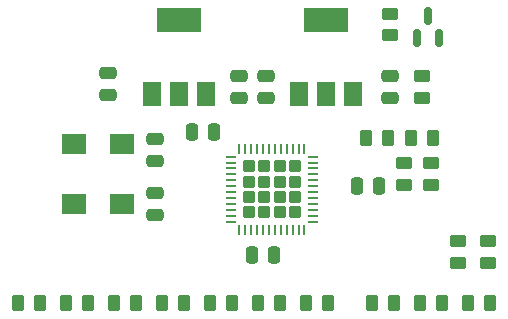
<source format=gtp>
%TF.GenerationSoftware,KiCad,Pcbnew,(6.0.5)*%
%TF.CreationDate,2023-05-04T10:00:39-06:00*%
%TF.ProjectId,NES_JP_MOD,4e45535f-4a50-45f4-9d4f-442e6b696361,rev?*%
%TF.SameCoordinates,Original*%
%TF.FileFunction,Paste,Top*%
%TF.FilePolarity,Positive*%
%FSLAX46Y46*%
G04 Gerber Fmt 4.6, Leading zero omitted, Abs format (unit mm)*
G04 Created by KiCad (PCBNEW (6.0.5)) date 2023-05-04 10:00:39*
%MOMM*%
%LPD*%
G01*
G04 APERTURE LIST*
G04 Aperture macros list*
%AMRoundRect*
0 Rectangle with rounded corners*
0 $1 Rounding radius*
0 $2 $3 $4 $5 $6 $7 $8 $9 X,Y pos of 4 corners*
0 Add a 4 corners polygon primitive as box body*
4,1,4,$2,$3,$4,$5,$6,$7,$8,$9,$2,$3,0*
0 Add four circle primitives for the rounded corners*
1,1,$1+$1,$2,$3*
1,1,$1+$1,$4,$5*
1,1,$1+$1,$6,$7*
1,1,$1+$1,$8,$9*
0 Add four rect primitives between the rounded corners*
20,1,$1+$1,$2,$3,$4,$5,0*
20,1,$1+$1,$4,$5,$6,$7,0*
20,1,$1+$1,$6,$7,$8,$9,0*
20,1,$1+$1,$8,$9,$2,$3,0*%
G04 Aperture macros list end*
%ADD10RoundRect,0.250000X0.262500X0.450000X-0.262500X0.450000X-0.262500X-0.450000X0.262500X-0.450000X0*%
%ADD11RoundRect,0.250000X-0.262500X-0.450000X0.262500X-0.450000X0.262500X0.450000X-0.262500X0.450000X0*%
%ADD12RoundRect,0.250000X-0.475000X0.250000X-0.475000X-0.250000X0.475000X-0.250000X0.475000X0.250000X0*%
%ADD13RoundRect,0.250000X-0.450000X0.262500X-0.450000X-0.262500X0.450000X-0.262500X0.450000X0.262500X0*%
%ADD14RoundRect,0.250000X0.250000X0.475000X-0.250000X0.475000X-0.250000X-0.475000X0.250000X-0.475000X0*%
%ADD15R,2.000000X1.800000*%
%ADD16RoundRect,0.250000X0.475000X-0.250000X0.475000X0.250000X-0.475000X0.250000X-0.475000X-0.250000X0*%
%ADD17RoundRect,0.250000X0.450000X-0.262500X0.450000X0.262500X-0.450000X0.262500X-0.450000X-0.262500X0*%
%ADD18RoundRect,0.250000X-0.250000X-0.475000X0.250000X-0.475000X0.250000X0.475000X-0.250000X0.475000X0*%
%ADD19R,1.500000X2.000000*%
%ADD20R,3.800000X2.000000*%
%ADD21RoundRect,0.150000X0.150000X-0.587500X0.150000X0.587500X-0.150000X0.587500X-0.150000X-0.587500X0*%
%ADD22RoundRect,0.250000X-0.270000X-0.270000X0.270000X-0.270000X0.270000X0.270000X-0.270000X0.270000X0*%
%ADD23RoundRect,0.062500X-0.375000X-0.062500X0.375000X-0.062500X0.375000X0.062500X-0.375000X0.062500X0*%
%ADD24RoundRect,0.062500X-0.062500X-0.375000X0.062500X-0.375000X0.062500X0.375000X-0.062500X0.375000X0*%
G04 APERTURE END LIST*
D10*
%TO.C,R6*%
X153566500Y-102108000D03*
X151741500Y-102108000D03*
%TD*%
D11*
%TO.C,R16*%
X125833500Y-102108000D03*
X127658500Y-102108000D03*
%TD*%
D12*
%TO.C,C2*%
X136398000Y-82870000D03*
X136398000Y-84770000D03*
%TD*%
D11*
%TO.C,R17*%
X121769500Y-102108000D03*
X123594500Y-102108000D03*
%TD*%
D13*
%TO.C,R13*%
X150368000Y-90273500D03*
X150368000Y-92098500D03*
%TD*%
D14*
%TO.C,C7*%
X139380000Y-98044000D03*
X137480000Y-98044000D03*
%TD*%
D12*
%TO.C,C1*%
X149205525Y-82870000D03*
X149205525Y-84770000D03*
%TD*%
D15*
%TO.C,X1*%
X122460000Y-88646000D03*
X122460000Y-93726000D03*
X126460000Y-93726000D03*
X126460000Y-88646000D03*
%TD*%
D16*
%TO.C,C6*%
X129286000Y-94676000D03*
X129286000Y-92776000D03*
%TD*%
D17*
%TO.C,R12*%
X152654000Y-92098500D03*
X152654000Y-90273500D03*
%TD*%
%TO.C,R3*%
X154940000Y-98702500D03*
X154940000Y-96877500D03*
%TD*%
D10*
%TO.C,R7*%
X149502500Y-102108000D03*
X147677500Y-102108000D03*
%TD*%
D17*
%TO.C,R2*%
X149205525Y-79412629D03*
X149205525Y-77587629D03*
%TD*%
D12*
%TO.C,C5*%
X129286000Y-88204000D03*
X129286000Y-90104000D03*
%TD*%
%TO.C,C3*%
X138684000Y-82870000D03*
X138684000Y-84770000D03*
%TD*%
D18*
%TO.C,C8*%
X146370000Y-92202000D03*
X148270000Y-92202000D03*
%TD*%
D11*
%TO.C,R14*%
X133961500Y-102108000D03*
X135786500Y-102108000D03*
%TD*%
D19*
%TO.C,U2*%
X141464000Y-84430000D03*
D20*
X143764000Y-78130000D03*
D19*
X143764000Y-84430000D03*
X146064000Y-84430000D03*
%TD*%
D10*
%TO.C,R9*%
X148994500Y-88138000D03*
X147169500Y-88138000D03*
%TD*%
D17*
%TO.C,R4*%
X157480000Y-98702500D03*
X157480000Y-96877500D03*
%TD*%
D12*
%TO.C,C4*%
X125349000Y-82616000D03*
X125349000Y-84516000D03*
%TD*%
D14*
%TO.C,C9*%
X134300000Y-87630000D03*
X132400000Y-87630000D03*
%TD*%
D17*
%TO.C,R1*%
X151892000Y-84732500D03*
X151892000Y-82907500D03*
%TD*%
D21*
%TO.C,Q1*%
X151450000Y-79677500D03*
X153350000Y-79677500D03*
X152400000Y-77802500D03*
%TD*%
D19*
%TO.C,U3*%
X129018000Y-84430000D03*
X131318000Y-84430000D03*
D20*
X131318000Y-78130000D03*
D19*
X133618000Y-84430000D03*
%TD*%
D22*
%TO.C,U1*%
X137257000Y-93101000D03*
X139837000Y-90521000D03*
X141127000Y-90521000D03*
X139837000Y-91811000D03*
X138547000Y-91811000D03*
X141127000Y-94391000D03*
X141127000Y-93101000D03*
X138547000Y-93101000D03*
X141127000Y-91811000D03*
X139837000Y-93101000D03*
X137257000Y-94391000D03*
X138547000Y-90521000D03*
X138547000Y-94391000D03*
X139837000Y-94391000D03*
X137257000Y-90521000D03*
X137257000Y-91811000D03*
D23*
X135754500Y-89706000D03*
X135754500Y-90206000D03*
X135754500Y-90706000D03*
X135754500Y-91206000D03*
X135754500Y-91706000D03*
X135754500Y-92206000D03*
X135754500Y-92706000D03*
X135754500Y-93206000D03*
X135754500Y-93706000D03*
X135754500Y-94206000D03*
X135754500Y-94706000D03*
X135754500Y-95206000D03*
D24*
X136442000Y-95893500D03*
X136942000Y-95893500D03*
X137442000Y-95893500D03*
X137942000Y-95893500D03*
X138442000Y-95893500D03*
X138942000Y-95893500D03*
X139442000Y-95893500D03*
X139942000Y-95893500D03*
X140442000Y-95893500D03*
X140942000Y-95893500D03*
X141442000Y-95893500D03*
X141942000Y-95893500D03*
D23*
X142629500Y-95206000D03*
X142629500Y-94706000D03*
X142629500Y-94206000D03*
X142629500Y-93706000D03*
X142629500Y-93206000D03*
X142629500Y-92706000D03*
X142629500Y-92206000D03*
X142629500Y-91706000D03*
X142629500Y-91206000D03*
X142629500Y-90706000D03*
X142629500Y-90206000D03*
X142629500Y-89706000D03*
D24*
X141942000Y-89018500D03*
X141442000Y-89018500D03*
X140942000Y-89018500D03*
X140442000Y-89018500D03*
X139942000Y-89018500D03*
X139442000Y-89018500D03*
X138942000Y-89018500D03*
X138442000Y-89018500D03*
X137942000Y-89018500D03*
X137442000Y-89018500D03*
X136942000Y-89018500D03*
X136442000Y-89018500D03*
%TD*%
D11*
%TO.C,R15*%
X129897500Y-102108000D03*
X131722500Y-102108000D03*
%TD*%
D10*
%TO.C,R8*%
X152804500Y-88138000D03*
X150979500Y-88138000D03*
%TD*%
%TO.C,R11*%
X139874000Y-102108000D03*
X138049000Y-102108000D03*
%TD*%
D11*
%TO.C,R18*%
X117705500Y-102108000D03*
X119530500Y-102108000D03*
%TD*%
D10*
%TO.C,R10*%
X143938000Y-102108000D03*
X142113000Y-102108000D03*
%TD*%
%TO.C,R5*%
X157630500Y-102108000D03*
X155805500Y-102108000D03*
%TD*%
M02*

</source>
